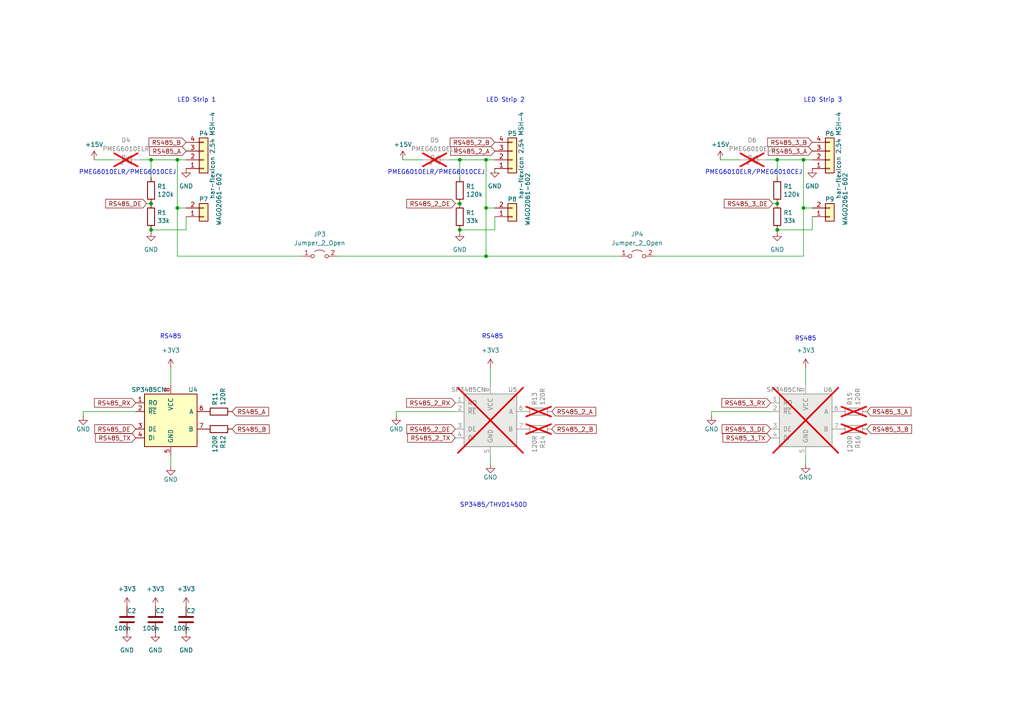
<source format=kicad_sch>
(kicad_sch (version 20231120) (generator "eeschema") (generator_version "8.0")
  (paper "A4")
  (lib_symbols
    (symbol "Connector_Generic:Conn_01x02" (pin_names (offset 1.016) hide)
      (property "Reference" "J" (at 0 2.54 0))
      (property "Value" "Conn_01x02" (at 0 -5.08 0))
      (symbol "Conn_01x02_1_1"
        (rectangle (start -1.27 -2.413) (end 0 -2.667) (stroke (width 0.1524)))
        (rectangle (start -1.27 0.127) (end 0 -0.127) (stroke (width 0.1524)))
        (rectangle (start -1.27 1.27) (end 1.27 -3.81) (stroke (width 0.254)) (fill (type background)))
        (pin passive line (at -5.08 0 0) (length 3.81) (name "Pin_1") (number "1"))
        (pin passive line (at -5.08 -2.54 0) (length 3.81) (name "Pin_2") (number "2"))
      )
    )
    (symbol "Connector_Generic:Conn_01x04" (pin_names (offset 1.016) hide)
      (property "Reference" "J" (at 0 5.08 0))
      (property "Value" "Conn_01x04" (at 0 -7.62 0))
      (symbol "Conn_01x04_1_1"
        (rectangle (start -1.27 -4.953) (end 0 -5.207) (stroke (width 0.1524)))
        (rectangle (start -1.27 -2.413) (end 0 -2.667) (stroke (width 0.1524)))
        (rectangle (start -1.27 0.127) (end 0 -0.127) (stroke (width 0.1524)))
        (rectangle (start -1.27 2.667) (end 0 2.413) (stroke (width 0.1524)))
        (rectangle (start -1.27 3.81) (end 1.27 -6.35) (stroke (width 0.254)) (fill (type background)))
        (pin passive line (at -5.08 2.54 0) (length 3.81) (name "Pin_1") (number "1"))
        (pin passive line (at -5.08 0 0) (length 3.81) (name "Pin_2") (number "2"))
        (pin passive line (at -5.08 -2.54 0) (length 3.81) (name "Pin_3") (number "3"))
        (pin passive line (at -5.08 -5.08 0) (length 3.81) (name "Pin_4") (number "4"))
      )
    )
    (symbol "Device:C" (pin_numbers hide) (pin_names (offset 0.254))
      (property "Reference" "C" (at 0.635 2.54 0))
      (property "Value" "C" (at 0.635 -2.54 0))
      (symbol "C_0_1"
        (polyline (pts (xy -2.032 -0.762) (xy 2.032 -0.762)) (stroke (width 0.508)))
        (polyline (pts (xy -2.032 0.762) (xy 2.032 0.762)) (stroke (width 0.508)))
      )
      (symbol "C_1_1"
        (pin passive line (at 0 3.81 270) (length 2.794) (name "~") (number "1"))
        (pin passive line (at 0 -3.81 90) (length 2.794) (name "~") (number "2"))
      )
    )
    (symbol "Device:D_Schottky" (pin_numbers hide) (pin_names (offset 1.016) hide)
      (property "Reference" "D" (at 0 2.54 0))
      (property "Value" "D_Schottky" (at 0 -2.54 0))
      (symbol "D_Schottky_0_1"
        (polyline (pts (xy 1.27 0) (xy -1.27 0)))
        (polyline (pts (xy 1.27 1.27) (xy 1.27 -1.27) (xy -1.27 0) (xy 1.27 1.27)) (stroke (width 0.254)))
        (polyline (pts (xy -1.905 0.635) (xy -1.905 1.27) (xy -1.27 1.27) (xy -1.27 -1.27) (xy -0.635 -1.27) (xy -0.635 -0.635)) (stroke (width 0.254)))
      )
      (symbol "D_Schottky_1_1"
        (pin passive line (at -3.81 0 0) (length 2.54) (name "K") (number "1"))
        (pin passive line (at 3.81 0 180) (length 2.54) (name "A") (number "2"))
      )
    )
    (symbol "Device:R" (pin_numbers hide) (pin_names (offset 0))
      (property "Reference" "R" (at 2.032 0 90))
      (property "Value" "R" (at 0 0 90))
      (symbol "R_0_1"
        (rectangle (start -1.016 -2.54) (end 1.016 2.54) (stroke (width 0.254)))
      )
      (symbol "R_1_1"
        (pin passive line (at 0 3.81 270) (length 1.27) (name "~") (number "1"))
        (pin passive line (at 0 -3.81 90) (length 1.27) (name "~") (number "2"))
      )
    )
    (symbol "Interface_UART:SP3485CN" (pin_names (offset 1.016))
      (property "Reference" "U" (at -7.62 8.89 0))
      (property "Value" "SP3485CN" (at 2.54 8.89 0))
      (symbol "SP3485CN_0_1"
        (rectangle (start -7.62 7.62) (end 7.62 -7.62) (stroke (width 0.254)) (fill (type background)))
      )
      (symbol "SP3485CN_1_1"
        (pin output line (at -10.16 5.08 0) (length 2.54) (name "RO") (number "1"))
        (pin input line (at -10.16 2.54 0) (length 2.54) (name "~{RE}") (number "2"))
        (pin input line (at -10.16 -2.54 0) (length 2.54) (name "DE") (number "3"))
        (pin input line (at -10.16 -5.08 0) (length 2.54) (name "DI") (number "4"))
        (pin power_in line (at 0 -10.16 90) (length 2.54) (name "GND") (number "5"))
        (pin bidirectional line (at 10.16 2.54 180) (length 2.54) (name "A") (number "6"))
        (pin bidirectional line (at 10.16 -2.54 180) (length 2.54) (name "B") (number "7"))
        (pin power_in line (at 0 10.16 270) (length 2.54) (name "VCC") (number "8"))
      )
    )
    (symbol "Jumper:Jumper_2_Open" (pin_names (offset 0) hide)
      (property "Reference" "JP" (at 0 2.794 0))
      (property "Value" "Jumper_2_Open" (at 0 -2.286 0))
      (symbol "Jumper_2_Open_0_0"
        (circle (center -2.032 0) (radius 0.508))
        (circle (center 2.032 0) (radius 0.508))
      )
      (symbol "Jumper_2_Open_0_1"
        (arc (start 1.524 1.27) (mid 0 1.778) (end -1.524 1.27))
      )
      (symbol "Jumper_2_Open_1_1"
        (pin passive line (at -5.08 0 0) (length 2.54) (name "A") (number "1"))
        (pin passive line (at 5.08 0 180) (length 2.54) (name "B") (number "2"))
      )
    )
    (symbol "power:+15V" (power) (pin_names (offset 0))
      (property "Value" "+15V" (at 0 3.556 0))
      (symbol "+15V_0_1"
        (polyline (pts (xy -0.762 1.27) (xy 0 2.54)))
        (polyline (pts (xy 0 0) (xy 0 2.54)))
        (polyline (pts (xy 0 2.54) (xy 0.762 1.27)))
      )
      (symbol "+15V_1_1"
        (pin power_in line (at 0 0 90) (length 0) hide (name "+15V") (number "1"))
      )
    )
    (symbol "power:+3V3" (power) (pin_names (offset 0))
      (property "Value" "+3V3" (at 0 3.556 0))
      (symbol "+3V3_0_1"
        (polyline (pts (xy -0.762 1.27) (xy 0 2.54)))
        (polyline (pts (xy 0 0) (xy 0 2.54)))
        (polyline (pts (xy 0 2.54) (xy 0.762 1.27)))
      )
      (symbol "+3V3_1_1"
        (pin power_in line (at 0 0 90) (length 0) hide (name "+3V3") (number "1"))
      )
    )
    (symbol "power:GND" (power) (pin_names (offset 0))
      (property "Value" "GND" (at 0 -3.81 0))
      (symbol "GND_0_1"
        (polyline (pts (xy 0 0) (xy 0 -1.27) (xy 1.27 -1.27) (xy 0 -2.54) (xy -1.27 -1.27) (xy 0 -1.27)))
      )
      (symbol "GND_1_1"
        (pin power_in line (at 0 0 270) (length 0) hide (name "GND") (number "1"))
      )
    )
  )
  (junction (at 140.97 46.355))
  (junction (at 43.815 46.355))
  (junction (at 233.045 46.355))
  (junction (at 133.35 46.355))
  (junction (at 133.35 66.675))
  (junction (at 225.425 46.355))
  (junction (at 233.045 60.325))
  (junction (at 225.425 66.675))
  (junction (at 51.435 46.355))
  (junction (at 140.97 74.295))
  (junction (at 51.435 60.325))
  (junction (at 225.425 59.055))
  (junction (at 133.35 59.055))
  (junction (at 43.815 59.055))
  (junction (at 140.97 60.325))
  (junction (at 43.815 66.675))
  (wire (pts (xy 43.815 66.675) (xy 53.975 66.675)))
  (wire (pts (xy 235.585 60.325) (xy 233.045 60.325)))
  (wire (pts (xy 140.97 46.355) (xy 143.51 46.355)))
  (wire (pts (xy 49.53 132.08) (xy 49.53 135.255)))
  (wire (pts (xy 208.915 46.355) (xy 214.63 46.355)))
  (wire (pts (xy 140.97 74.295) (xy 97.79 74.295)))
  (wire (pts (xy 43.815 46.355) (xy 51.435 46.355)))
  (wire (pts (xy 143.51 60.325) (xy 140.97 60.325)))
  (wire (pts (xy 225.425 46.355) (xy 225.425 51.435)))
  (wire (pts (xy 114.935 120.65) (xy 114.935 119.38)))
  (wire (pts (xy 133.35 66.675) (xy 133.35 67.31)))
  (wire (pts (xy 51.435 46.355) (xy 53.975 46.355)))
  (wire (pts (xy 133.35 46.355) (xy 140.97 46.355)))
  (wire (pts (xy 143.51 66.675) (xy 143.51 62.865)))
  (wire (pts (xy 40.64 46.355) (xy 43.815 46.355)))
  (wire (pts (xy 51.435 74.295) (xy 87.63 74.295)))
  (wire (pts (xy 233.045 74.295) (xy 189.865 74.295)))
  (wire (pts (xy 225.425 66.675) (xy 235.585 66.675)))
  (wire (pts (xy 233.045 46.355) (xy 233.045 60.325)))
  (wire (pts (xy 233.045 60.325) (xy 233.045 74.295)))
  (wire (pts (xy 140.97 74.295) (xy 179.705 74.295)))
  (wire (pts (xy 140.97 60.325) (xy 140.97 74.295)))
  (wire (pts (xy 142.24 106.68) (xy 142.24 111.76)))
  (wire (pts (xy 222.25 46.355) (xy 225.425 46.355)))
  (wire (pts (xy 53.975 66.675) (xy 53.975 62.865)))
  (wire (pts (xy 133.35 46.355) (xy 133.35 51.435)))
  (wire (pts (xy 233.68 132.08) (xy 233.68 134.62)))
  (wire (pts (xy 233.045 46.355) (xy 235.585 46.355)))
  (wire (pts (xy 53.975 60.325) (xy 51.435 60.325)))
  (wire (pts (xy 116.84 46.355) (xy 122.555 46.355)))
  (wire (pts (xy 24.13 120.65) (xy 24.13 119.38)))
  (wire (pts (xy 142.24 132.08) (xy 142.24 134.62)))
  (wire (pts (xy 43.815 66.675) (xy 43.815 67.31)))
  (wire (pts (xy 24.13 119.38) (xy 39.37 119.38)))
  (wire (pts (xy 224.155 59.055) (xy 225.425 59.055)))
  (wire (pts (xy 130.175 46.355) (xy 133.35 46.355)))
  (wire (pts (xy 233.68 106.68) (xy 233.68 111.76)))
  (wire (pts (xy 42.545 59.055) (xy 43.815 59.055)))
  (wire (pts (xy 235.585 66.675) (xy 235.585 62.865)))
  (wire (pts (xy 132.08 59.055) (xy 133.35 59.055)))
  (wire (pts (xy 133.35 66.675) (xy 143.51 66.675)))
  (wire (pts (xy 49.53 106.68) (xy 49.53 111.76)))
  (wire (pts (xy 206.375 120.65) (xy 206.375 119.38)))
  (wire (pts (xy 43.815 46.355) (xy 43.815 51.435)))
  (wire (pts (xy 225.425 46.355) (xy 233.045 46.355)))
  (wire (pts (xy 140.97 46.355) (xy 140.97 60.325)))
  (wire (pts (xy 225.425 66.675) (xy 225.425 67.31)))
  (wire (pts (xy 206.375 119.38) (xy 223.52 119.38)))
  (wire (pts (xy 114.935 119.38) (xy 132.08 119.38)))
  (wire (pts (xy 51.435 46.355) (xy 51.435 60.325)))
  (wire (pts (xy 27.305 46.355) (xy 33.02 46.355)))
  (wire (pts (xy 51.435 60.325) (xy 51.435 74.295)))
  (text "LED Strip 3" (at 233.045 29.845 0) (effects (font (size 1.27 1.27)) (justify left bottom)))
  (text "PMEG6010ELR/PMEG6010CEJ " (at 112.395 50.8 0) (effects (font (size 1.27 1.27)) (justify left bottom)))
  (text "LED Strip 1" (at 51.435 29.845 0) (effects (font (size 1.27 1.27)) (justify left bottom)))
  (text "SP3485/THVD1450D" (at 133.35 147.32 0) (effects (font (size 1.27 1.27)) (justify left bottom)))
  (text "LED Strip 2" (at 140.97 29.845 0) (effects (font (size 1.27 1.27)) (justify left bottom)))
  (text "PMEG6010ELR/PMEG6010CEJ " (at 22.86 50.8 0) (effects (font (size 1.27 1.27)) (justify left bottom)))
  (text "RS485" (at 230.505 99.06 0) (effects (font (size 1.27 1.27)) (justify left bottom)))
  (text "RS485" (at 46.355 98.425 0) (effects (font (size 1.27 1.27)) (justify left bottom)))
  (text "PMEG6010ELR/PMEG6010CEJ " (at 204.47 50.8 0) (effects (font (size 1.27 1.27)) (justify left bottom)))
  (text "RS485" (at 139.7 98.425 0) (effects (font (size 1.27 1.27)) (justify left bottom)))
  (global_label "RS485_3_TX" (shape input) (at 223.52 127 180) (property "Intersheetrefs" "${INTERSHEET_REFS}" (effects (hide yes))))
  (global_label "RS485_B" (shape input) (at 67.31 124.46 0) (property "Intersheetrefs" "${INTERSHEET_REFS}" (effects (hide yes))))
  (global_label "RS485_2_DE" (shape input) (at 132.08 59.055 180) (property "Intersheetrefs" "${INTERSHEET_REFS}" (effects (hide yes))))
  (global_label "RS485_2_DE" (shape input) (at 132.08 124.46 180) (property "Intersheetrefs" "${INTERSHEET_REFS}" (effects (hide yes))))
  (global_label "RS485_2_TX" (shape input) (at 132.08 127 180) (property "Intersheetrefs" "${INTERSHEET_REFS}" (effects (hide yes))))
  (global_label "RS485_3_DE" (shape input) (at 224.155 59.055 180) (property "Intersheetrefs" "${INTERSHEET_REFS}" (effects (hide yes))))
  (global_label "RS485_B" (shape input) (at 53.975 41.275 180) (property "Intersheetrefs" "${INTERSHEET_REFS}" (effects (hide yes))))
  (global_label "RS485_2_A" (shape input) (at 143.51 43.815 180) (property "Intersheetrefs" "${INTERSHEET_REFS}" (effects (hide yes))))
  (global_label "RS485_3_DE" (shape input) (at 223.52 124.46 180) (property "Intersheetrefs" "${INTERSHEET_REFS}" (effects (hide yes))))
  (global_label "RS485_3_B" (shape input) (at 251.46 124.46 0) (property "Intersheetrefs" "${INTERSHEET_REFS}" (effects (hide yes))))
  (global_label "RS485_2_B" (shape input) (at 160.02 124.46 0) (property "Intersheetrefs" "${INTERSHEET_REFS}" (effects (hide yes))))
  (global_label "RS485_3_B" (shape input) (at 235.585 41.275 180) (property "Intersheetrefs" "${INTERSHEET_REFS}" (effects (hide yes))))
  (global_label "RS485_3_A" (shape input) (at 235.585 43.815 180) (property "Intersheetrefs" "${INTERSHEET_REFS}" (effects (hide yes))))
  (global_label "RS485_2_B" (shape input) (at 143.51 41.275 180) (property "Intersheetrefs" "${INTERSHEET_REFS}" (effects (hide yes))))
  (global_label "RS485_TX" (shape input) (at 39.37 127 180) (property "Intersheetrefs" "${INTERSHEET_REFS}" (effects (hide yes))))
  (global_label "RS485_2_RX" (shape input) (at 132.08 116.84 180) (property "Intersheetrefs" "${INTERSHEET_REFS}" (effects (hide yes))))
  (global_label "RS485_A" (shape input) (at 67.31 119.38 0) (property "Intersheetrefs" "${INTERSHEET_REFS}" (effects (hide yes))))
  (global_label "RS485_3_A" (shape input) (at 251.46 119.38 0) (property "Intersheetrefs" "${INTERSHEET_REFS}" (effects (hide yes))))
  (global_label "RS485_A" (shape input) (at 53.975 43.815 180) (property "Intersheetrefs" "${INTERSHEET_REFS}" (effects (hide yes))))
  (global_label "RS485_2_A" (shape input) (at 160.02 119.38 0) (property "Intersheetrefs" "${INTERSHEET_REFS}" (effects (hide yes))))
  (global_label "RS485_RX" (shape input) (at 39.37 116.84 180) (property "Intersheetrefs" "${INTERSHEET_REFS}" (effects (hide yes))))
  (global_label "RS485_DE" (shape input) (at 39.37 124.46 180) (property "Intersheetrefs" "${INTERSHEET_REFS}" (effects (hide yes))))
  (global_label "RS485_DE" (shape input) (at 42.545 59.055 180) (property "Intersheetrefs" "${INTERSHEET_REFS}" (effects (hide yes))))
  (global_label "RS485_3_RX" (shape input) (at 223.52 116.84 180) (property "Intersheetrefs" "${INTERSHEET_REFS}" (effects (hide yes))))
  (symbol (lib_id "Device:R") (at 247.65 119.38 90) (unit 1) (dnp yes)
    (property "Reference" "R15" (at 246.4816 117.602 0) (effects (justify left)))
    (property "Value" "120R" (at 248.793 117.602 0) (effects (justify left)))
    (property "Footprint" "local:1206-term" (effects (hide yes)))
  )
  (symbol (lib_id "power:GND") (at 235.585 48.895 0) (unit 1)
    (property "Reference" "#PWR010" (effects (hide yes)))
    (property "Value" "GND" (at 235.585 53.975 0))
    (instances (project "Display" (path "" (reference "#PWR010") (unit 1))) (project "control" (path "" (reference "#PWR046") (unit 1))))
  )
  (symbol (lib_id "power:GND") (at 24.13 120.65 0) (unit 1)
    (property "Reference" "#PWR061" (effects (hide yes)))
    (property "Value" "GND" (at 24.13 124.46 0))
    (instances (project "control" (path "" (reference "#PWR061") (unit 1))) (project "LedControl" (path "" (reference "#PWR01") (unit 1))))
  )
  (symbol (lib_id "Device:R") (at 63.5 124.46 270) (unit 1)
    (property "Reference" "R12" (at 64.6684 126.238 0) (effects (justify left)))
    (property "Value" "120R" (at 62.357 126.238 0) (effects (justify left)))
    (property "Footprint" "local:1206-term" (effects (hide yes)))
  )
  (symbol (lib_id "Interface_UART:SP3485CN") (at 142.24 121.92 0) (unit 1) (dnp yes)
    (property "Reference" "U5" (at 147.32 113.03 0) (effects (justify left)))
    (property "Value" "SP3485CN" (at 130.81 113.03 0) (effects (justify left)))
    (property "Footprint" "local:SO-8" (effects (hide yes)))
    (instances (project "control" (path "" (reference "U5") (unit 1))) (project "LedControl" (path "" (reference "U4") (unit 1))))
  )
  (symbol (lib_id "Device:D_Schottky") (at 126.365 46.355 0) (mirror x) (unit 1) (dnp yes)
    (property "Reference" "D5" (at 126.0475 40.64 0))
    (property "Value" "PMEG6010ELR" (at 126.0475 43.18 0))
    (property "Footprint" "local:PMEG6010ELR" (effects (hide yes)))
  )
  (symbol (lib_id "Device:R") (at 156.21 124.46 270) (unit 1) (dnp yes)
    (property "Reference" "R14" (at 157.3784 126.238 0) (effects (justify left)))
    (property "Value" "120R" (at 155.067 126.238 0) (effects (justify left)))
    (property "Footprint" "local:1206-term" (effects (hide yes)))
  )
  (symbol (lib_id "power:GND") (at 142.24 134.62 0) (unit 1)
    (property "Reference" "#PWR038" (effects (hide yes)))
    (property "Value" "GND" (at 142.24 138.43 0))
    (instances (project "control" (path "" (reference "#PWR038") (unit 1))) (project "LedControl" (path "" (reference "#PWR01") (unit 1))))
  )
  (symbol (lib_id "power:GND") (at 206.375 120.65 0) (unit 1)
    (property "Reference" "#PWR016" (effects (hide yes)))
    (property "Value" "GND" (at 206.375 124.46 0))
    (instances (project "control" (path "" (reference "#PWR016") (unit 1))) (project "LedControl" (path "" (reference "#PWR01") (unit 1))))
  )
  (symbol (lib_id "Device:R") (at 43.815 62.865 0) (unit 1)
    (property "Reference" "R1" (at 45.593 61.6966 0) (effects (justify left)))
    (property "Value" "33k" (at 45.593 64.008 0) (effects (justify left)))
    (property "Footprint" "local:0603" (effects (hide yes)))
    (instances (project "Display" (path "" (reference "R1") (unit 1))) (project "control" (path "" (reference "R6") (unit 1))))
  )
  (symbol (lib_id "Device:R") (at 156.21 119.38 90) (unit 1) (dnp yes)
    (property "Reference" "R13" (at 155.0416 117.602 0) (effects (justify left)))
    (property "Value" "120R" (at 157.353 117.602 0) (effects (justify left)))
    (property "Footprint" "local:1206-term" (effects (hide yes)))
  )
  (symbol (lib_id "Device:C") (at 45.085 179.705 0) (unit 1)
    (property "Reference" "C2" (at 45.085 177.165 0) (effects (justify left)))
    (property "Value" "100n" (at 41.275 182.245 0) (effects (justify left)))
    (property "Footprint" "local:0603" (effects (hide yes)))
    (instances (project "Display" (path "" (reference "C2") (unit 1))) (project "control" (path "" (reference "C16") (unit 1))))
  )
  (symbol (lib_id "Device:R") (at 63.5 119.38 90) (unit 1)
    (property "Reference" "R11" (at 62.3316 117.602 0) (effects (justify left)))
    (property "Value" "120R" (at 64.643 117.602 0) (effects (justify left)))
    (property "Footprint" "local:1206-term" (effects (hide yes)))
  )
  (symbol (lib_id "power:GND") (at 53.975 183.515 0) (unit 1)
    (property "Reference" "#PWR010" (effects (hide yes)))
    (property "Value" "GND" (at 53.975 188.595 0))
    (instances (project "Display" (path "" (reference "#PWR010") (unit 1))) (project "control" (path "" (reference "#PWR051") (unit 1))))
  )
  (symbol (lib_id "power:GND") (at 143.51 48.895 0) (unit 1)
    (property "Reference" "#PWR010" (effects (hide yes)))
    (property "Value" "GND" (at 143.51 53.975 0))
    (instances (project "Display" (path "" (reference "#PWR010") (unit 1))) (project "control" (path "" (reference "#PWR014") (unit 1))))
  )
  (symbol (lib_id "power:+3V3") (at 233.68 106.68 0) (unit 1)
    (property "Reference" "#PWR02" (effects (hide yes)))
    (property "Value" "+3V3" (at 233.68 101.6 0))
    (instances (project "Display" (path "" (reference "#PWR02") (unit 1))) (project "control" (path "" (reference "#PWR040") (unit 1))))
  )
  (symbol (lib_id "Device:R") (at 247.65 124.46 270) (unit 1) (dnp yes)
    (property "Reference" "R16" (at 248.8184 126.238 0) (effects (justify left)))
    (property "Value" "120R" (at 246.507 126.238 0) (effects (justify left)))
    (property "Footprint" "local:1206-term" (effects (hide yes)))
  )
  (symbol (lib_id "Device:C") (at 36.83 179.705 0) (unit 1)
    (property "Reference" "C2" (at 36.83 177.165 0) (effects (justify left)))
    (property "Value" "100n" (at 33.02 182.245 0) (effects (justify left)))
    (property "Footprint" "local:0603" (effects (hide yes)))
    (instances (project "Display" (path "" (reference "C2") (unit 1))) (project "control" (path "" (reference "C15") (unit 1))))
  )
  (symbol (lib_id "Connector_Generic:Conn_01x02") (at 240.665 62.865 0) (mirror x) (unit 1) (in_bom no)
    (property "Reference" "P9" (at 240.665 57.785 0))
    (property "Value" "WAGO2061-602" (at 245.11 57.785 90))
    (property "Footprint" "local:WAGO2061-602" (effects (hide yes)))
  )
  (symbol (lib_id "Jumper:Jumper_2_Open") (at 184.785 74.295 0) (unit 1) (in_bom no)
    (property "Reference" "JP4" (at 184.785 67.945 0))
    (property "Value" "Jumper_2_Open" (at 184.785 70.485 0))
    (property "Footprint" "local:Jumper" (effects (hide yes)))
  )
  (symbol (lib_id "power:GND") (at 43.815 67.31 0) (unit 1)
    (property "Reference" "#PWR010" (effects (hide yes)))
    (property "Value" "GND" (at 43.815 72.39 0))
    (instances (project "Display" (path "" (reference "#PWR010") (unit 1))) (project "control" (path "" (reference "#PWR044") (unit 1))))
  )
  (symbol (lib_id "power:GND") (at 233.68 134.62 0) (unit 1)
    (property "Reference" "#PWR041" (effects (hide yes)))
    (property "Value" "GND" (at 233.68 138.43 0))
    (instances (project "control" (path "" (reference "#PWR041") (unit 1))) (project "LedControl" (path "" (reference "#PWR01") (unit 1))))
  )
  (symbol (lib_id "Connector_Generic:Conn_01x04") (at 59.055 46.355 0) (mirror x) (unit 1) (in_bom no)
    (property "Reference" "P4" (at 59.055 38.735 0))
    (property "Value" "har-flexicon 2,54 MSH-4" (at 61.595 45.085 90))
    (property "Footprint" "local:Harting14110413002000" (effects (hide yes)))
    (instances (project "control" (path "" (reference "P4") (unit 1))) (project "LedControl" (path "" (reference "P8") (unit 1))))
  )
  (symbol (lib_id "power:+3V3") (at 49.53 106.68 0) (unit 1)
    (property "Reference" "#PWR02" (effects (hide yes)))
    (property "Value" "+3V3" (at 49.53 101.6 0))
    (instances (project "Display" (path "" (reference "#PWR02") (unit 1))) (project "control" (path "" (reference "#PWR036") (unit 1))))
  )
  (symbol (lib_id "power:+3V3") (at 142.24 106.68 0) (unit 1)
    (property "Reference" "#PWR02" (effects (hide yes)))
    (property "Value" "+3V3" (at 142.24 101.6 0))
    (instances (project "Display" (path "" (reference "#PWR02") (unit 1))) (project "control" (path "" (reference "#PWR039") (unit 1))))
  )
  (symbol (lib_id "power:+15V") (at 116.84 46.355 0) (unit 1)
    (property "Reference" "#PWR02" (effects (hide yes)))
    (property "Value" "+15V" (at 116.84 41.91 0))
  )
  (symbol (lib_id "power:+15V") (at 27.305 46.355 0) (unit 1)
    (property "Reference" "#PWR042" (effects (hide yes)))
    (property "Value" "+15V" (at 27.305 41.91 0))
  )
  (symbol (lib_id "Device:R") (at 43.815 55.245 0) (unit 1)
    (property "Reference" "R1" (at 45.593 54.0766 0) (effects (justify left)))
    (property "Value" "120k" (at 45.593 56.388 0) (effects (justify left)))
    (property "Footprint" "local:0603" (effects (hide yes)))
    (instances (project "Display" (path "" (reference "R1") (unit 1))) (project "control" (path "" (reference "R5") (unit 1))))
  )
  (symbol (lib_id "Jumper:Jumper_2_Open") (at 92.71 74.295 0) (unit 1) (in_bom no)
    (property "Reference" "JP3" (at 92.71 67.945 0))
    (property "Value" "Jumper_2_Open" (at 92.71 70.485 0))
    (property "Footprint" "local:Jumper" (effects (hide yes)))
  )
  (symbol (lib_id "power:GND") (at 133.35 67.31 0) (unit 1)
    (property "Reference" "#PWR010" (effects (hide yes)))
    (property "Value" "GND" (at 133.35 72.39 0))
    (instances (project "Display" (path "" (reference "#PWR010") (unit 1))) (project "control" (path "" (reference "#PWR035") (unit 1))))
  )
  (symbol (lib_id "Device:D_Schottky") (at 36.83 46.355 0) (mirror x) (unit 1) (dnp yes)
    (property "Reference" "D4" (at 36.5125 40.64 0))
    (property "Value" "PMEG6010ELR" (at 36.5125 43.18 0))
    (property "Footprint" "local:PMEG6010ELR" (effects (hide yes)))
  )
  (symbol (lib_id "Interface_UART:SP3485CN") (at 49.53 121.92 0) (unit 1)
    (property "Reference" "U4" (at 54.61 113.03 0) (effects (justify left)))
    (property "Value" "SP3485CN" (at 38.1 113.03 0) (effects (justify left)))
    (property "Footprint" "local:SO-8" (effects (hide yes)))
  )
  (symbol (lib_id "Device:D_Schottky") (at 218.44 46.355 0) (mirror x) (unit 1) (dnp yes)
    (property "Reference" "D6" (at 218.1225 40.64 0))
    (property "Value" "PMEG6010ELR" (at 218.1225 43.18 0))
    (property "Footprint" "local:PMEG6010ELR" (effects (hide yes)))
  )
  (symbol (lib_id "Device:C") (at 53.975 179.705 0) (unit 1)
    (property "Reference" "C2" (at 53.975 177.165 0) (effects (justify left)))
    (property "Value" "100n" (at 50.165 182.245 0) (effects (justify left)))
    (property "Footprint" "local:0603" (effects (hide yes)))
    (instances (project "Display" (path "" (reference "C2") (unit 1))) (project "control" (path "" (reference "C17") (unit 1))))
  )
  (symbol (lib_id "Connector_Generic:Conn_01x04") (at 240.665 46.355 0) (mirror x) (unit 1) (in_bom no)
    (property "Reference" "P6" (at 240.665 38.735 0))
    (property "Value" "har-flexicon 2,54 MSH-4" (at 243.205 45.085 90))
    (property "Footprint" "local:Harting14110413002000" (effects (hide yes)))
    (instances (project "control" (path "" (reference "P6") (unit 1))) (project "LedControl" (path "" (reference "P8") (unit 1))))
  )
  (symbol (lib_id "Connector_Generic:Conn_01x02") (at 148.59 62.865 0) (mirror x) (unit 1) (in_bom no)
    (property "Reference" "P8" (at 148.59 57.785 0))
    (property "Value" "WAGO2061-602" (at 153.035 57.785 90))
    (property "Footprint" "local:WAGO2061-602" (effects (hide yes)))
  )
  (symbol (lib_id "Interface_UART:SP3485CN") (at 233.68 121.92 0) (unit 1) (dnp yes)
    (property "Reference" "U6" (at 238.76 113.03 0) (effects (justify left)))
    (property "Value" "SP3485CN" (at 222.25 113.03 0) (effects (justify left)))
    (property "Footprint" "local:SO-8" (effects (hide yes)))
    (instances (project "control" (path "" (reference "U6") (unit 1))) (project "LedControl" (path "" (reference "U4") (unit 1))))
  )
  (symbol (lib_id "power:GND") (at 114.935 120.65 0) (unit 1)
    (property "Reference" "#PWR017" (effects (hide yes)))
    (property "Value" "GND" (at 114.935 124.46 0))
    (instances (project "control" (path "" (reference "#PWR017") (unit 1))) (project "LedControl" (path "" (reference "#PWR01") (unit 1))))
  )
  (symbol (lib_id "Device:R") (at 225.425 62.865 0) (unit 1)
    (property "Reference" "R1" (at 227.203 61.6966 0) (effects (justify left)))
    (property "Value" "33k" (at 227.203 64.008 0) (effects (justify left)))
    (property "Footprint" "local:0603" (effects (hide yes)))
    (instances (project "Display" (path "" (reference "R1") (unit 1))) (project "control" (path "" (reference "R10") (unit 1))))
  )
  (symbol (lib_id "Device:R") (at 225.425 55.245 0) (unit 1)
    (property "Reference" "R1" (at 227.203 54.0766 0) (effects (justify left)))
    (property "Value" "120k" (at 227.203 56.388 0) (effects (justify left)))
    (property "Footprint" "local:0603" (effects (hide yes)))
    (instances (project "Display" (path "" (reference "R1") (unit 1))) (project "control" (path "" (reference "R9") (unit 1))))
  )
  (symbol (lib_id "Connector_Generic:Conn_01x04") (at 148.59 46.355 0) (mirror x) (unit 1) (in_bom no)
    (property "Reference" "P5" (at 148.59 38.735 0))
    (property "Value" "har-flexicon 2,54 MSH-4" (at 151.13 45.085 90))
    (property "Footprint" "local:Harting14110413002000" (effects (hide yes)))
    (instances (project "control" (path "" (reference "P5") (unit 1))) (project "LedControl" (path "" (reference "P8") (unit 1))))
  )
  (symbol (lib_id "Connector_Generic:Conn_01x02") (at 59.055 62.865 0) (mirror x) (unit 1) (in_bom no)
    (property "Reference" "P7" (at 59.055 57.785 0))
    (property "Value" "WAGO2061-602" (at 63.5 57.785 90))
    (property "Footprint" "local:WAGO2061-602" (effects (hide yes)))
  )
  (symbol (lib_id "power:+3V3") (at 45.085 175.895 0) (unit 1)
    (property "Reference" "#PWR09" (effects (hide yes)))
    (property "Value" "+3V3" (at 45.085 170.815 0))
    (instances (project "Display" (path "" (reference "#PWR09") (unit 1))) (project "control" (path "" (reference "#PWR048") (unit 1))))
  )
  (symbol (lib_id "power:GND") (at 45.085 183.515 0) (unit 1)
    (property "Reference" "#PWR010" (effects (hide yes)))
    (property "Value" "GND" (at 45.085 188.595 0))
    (instances (project "Display" (path "" (reference "#PWR010") (unit 1))) (project "control" (path "" (reference "#PWR049") (unit 1))))
  )
  (symbol (lib_id "power:+3V3") (at 36.83 175.895 0) (unit 1)
    (property "Reference" "#PWR09" (effects (hide yes)))
    (property "Value" "+3V3" (at 36.83 170.815 0))
  )
  (symbol (lib_id "power:GND") (at 36.83 183.515 0) (unit 1)
    (property "Reference" "#PWR010" (effects (hide yes)))
    (property "Value" "GND" (at 36.83 188.595 0))
  )
  (symbol (lib_id "power:GND") (at 53.975 48.895 0) (unit 1)
    (property "Reference" "#PWR010" (effects (hide yes)))
    (property "Value" "GND" (at 53.975 53.975 0))
    (instances (project "Display" (path "" (reference "#PWR010") (unit 1))) (project "control" (path "" (reference "#PWR043") (unit 1))))
  )
  (symbol (lib_id "Device:R") (at 133.35 55.245 0) (unit 1)
    (property "Reference" "R1" (at 135.128 54.0766 0) (effects (justify left)))
    (property "Value" "120k" (at 135.128 56.388 0) (effects (justify left)))
    (property "Footprint" "local:0603" (effects (hide yes)))
    (instances (project "Display" (path "" (reference "R1") (unit 1))) (project "control" (path "" (reference "R7") (unit 1))))
  )
  (symbol (lib_id "Device:R") (at 133.35 62.865 0) (unit 1)
    (property "Reference" "R1" (at 135.128 61.6966 0) (effects (justify left)))
    (property "Value" "33k" (at 135.128 64.008 0) (effects (justify left)))
    (property "Footprint" "local:0603" (effects (hide yes)))
    (instances (project "Display" (path "" (reference "R1") (unit 1))) (project "control" (path "" (reference "R8") (unit 1))))
  )
  (symbol (lib_id "power:GND") (at 49.53 135.255 0) (unit 1)
    (property "Reference" "#PWR037" (effects (hide yes)))
    (property "Value" "GND" (at 49.53 139.065 0))
    (instances (project "control" (path "" (reference "#PWR037") (unit 1))) (project "LedControl" (path "" (reference "#PWR01") (unit 1))))
  )
  (symbol (lib_id "power:+15V") (at 208.915 46.355 0) (unit 1)
    (property "Reference" "#PWR045" (effects (hide yes)))
    (property "Value" "+15V" (at 208.915 41.91 0))
  )
  (symbol (lib_id "power:+3V3") (at 53.975 175.895 0) (unit 1)
    (property "Reference" "#PWR09" (effects (hide yes)))
    (property "Value" "+3V3" (at 53.975 170.815 0))
    (instances (project "Display" (path "" (reference "#PWR09") (unit 1))) (project "control" (path "" (reference "#PWR050") (unit 1))))
  )
  (symbol (lib_id "power:GND") (at 225.425 67.31 0) (unit 1)
    (property "Reference" "#PWR010" (effects (hide yes)))
    (property "Value" "GND" (at 225.425 72.39 0))
    (instances (project "Display" (path "" (reference "#PWR010") (unit 1))) (project "control" (path "" (reference "#PWR047") (unit 1))))
  )
)
</source>
